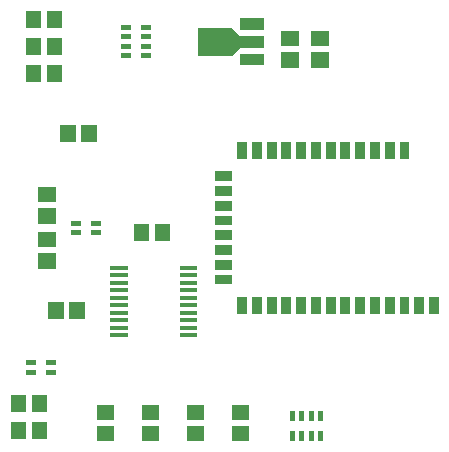
<source format=gbr>
G04 start of page 10 for group -4015 idx -4015 *
G04 Title: (unknown), toppaste *
G04 Creator: pcb 20140316 *
G04 CreationDate: Sun 30 Dec 2018 07:44:10 PM GMT UTC *
G04 For: railfan *
G04 Format: Gerber/RS-274X *
G04 PCB-Dimensions (mil): 2000.00 1500.00 *
G04 PCB-Coordinate-Origin: lower left *
%MOIN*%
%FSLAX25Y25*%
%LNTOPPASTE*%
%ADD68R,0.0330X0.0330*%
%ADD67R,0.0130X0.0130*%
%ADD66R,0.0167X0.0167*%
%ADD65C,0.0001*%
%ADD64R,0.0945X0.0945*%
%ADD63R,0.0378X0.0378*%
%ADD62R,0.0512X0.0512*%
G54D62*X155521Y138086D02*X156307D01*
X155521Y131000D02*X156307D01*
X145607Y138043D02*X146393D01*
X145607Y130957D02*X146393D01*
X71957Y106893D02*Y106107D01*
X79043Y106893D02*Y106107D01*
G54D63*X131311Y131094D02*X135405D01*
X123595Y137000D02*X135405D01*
G54D64*X119971D02*X121861D01*
G54D65*G36*
X125166Y133695D02*X128006Y136535D01*
X129426Y135115D01*
X126586Y132275D01*
X125166Y133695D01*
G37*
G36*
X126586Y141725D02*X129426Y138885D01*
X128006Y137465D01*
X125166Y140305D01*
X126586Y141725D01*
G37*
G54D63*X131311Y142906D02*X135405D01*
G54D66*X90369Y141799D02*X92239D01*
X90369Y138650D02*X92239D01*
X90369Y135500D02*X92239D01*
X90369Y132351D02*X92239D01*
X97065D02*X98935D01*
X97065Y135500D02*X98935D01*
X97065Y138650D02*X98935D01*
X97065Y141799D02*X98935D01*
G54D62*X60457Y135893D02*Y135107D01*
X67543Y135893D02*Y135107D01*
X60457Y126893D02*Y126107D01*
X67543Y126893D02*Y126107D01*
X60457Y144893D02*Y144107D01*
X67543Y144893D02*Y144107D01*
X64521Y79000D02*X65307D01*
X64521Y86086D02*X65307D01*
X64607Y71043D02*X65393D01*
X64607Y63957D02*X65393D01*
G54D66*X73717Y76575D02*X75587D01*
X73717Y73425D02*X75587D01*
X80413D02*X82283D01*
X80413Y76575D02*X82283D01*
X146776Y6587D02*Y4717D01*
X149925Y6587D02*Y4717D01*
X153075Y6587D02*Y4717D01*
X156224Y6587D02*Y4717D01*
Y13283D02*Y11413D01*
X153075Y13283D02*Y11413D01*
X149925Y13283D02*Y11413D01*
X146776Y13283D02*Y11413D01*
G54D62*X129107Y13543D02*X129893D01*
X129107Y6457D02*X129893D01*
X55457Y7893D02*Y7107D01*
X62543Y7893D02*Y7107D01*
X55500Y16893D02*Y16107D01*
X62586Y16893D02*Y16107D01*
X114107Y13543D02*X114893D01*
X114107Y6457D02*X114893D01*
X99107Y13543D02*X99893D01*
X99107Y6457D02*X99893D01*
X84107Y13543D02*X84893D01*
X84107Y6457D02*X84893D01*
X96457Y73893D02*Y73107D01*
X103543Y73893D02*Y73107D01*
G54D67*X109811Y39250D02*X114417D01*
X109811Y41750D02*X114417D01*
X109811Y44250D02*X114417D01*
X109811Y46750D02*X114417D01*
X109811Y49250D02*X114417D01*
X109811Y51750D02*X114417D01*
X109811Y54250D02*X114417D01*
X109811Y56750D02*X114417D01*
X109811Y59250D02*X114417D01*
X109811Y61750D02*X114417D01*
X86583D02*X91189D01*
X86583Y59250D02*X91189D01*
X86583Y56750D02*X91189D01*
X86583Y54250D02*X91189D01*
X86583Y51750D02*X91189D01*
X86583Y49250D02*X91189D01*
X86583Y46750D02*X91189D01*
X86583Y44250D02*X91189D01*
X86583Y41750D02*X91189D01*
X86583Y39250D02*X91189D01*
G54D62*X67957Y47893D02*Y47107D01*
X75043Y47893D02*Y47107D01*
G54D66*X65413Y26925D02*X67283D01*
X65413Y30075D02*X67283D01*
X58717D02*X60587D01*
X58717Y26925D02*X60587D01*
G54D68*X184146Y102000D02*Y99598D01*
X179224Y102000D02*Y99598D01*
X174303Y102000D02*Y99598D01*
X169382Y102000D02*Y99598D01*
X164461Y102000D02*Y99598D01*
X159539Y102000D02*Y99598D01*
X154618Y102000D02*Y99598D01*
X149697Y102000D02*Y99598D01*
X144776Y102000D02*Y99598D01*
X139854Y102000D02*Y99598D01*
X134933Y102000D02*Y99598D01*
X130012Y102000D02*Y99598D01*
X122752Y92224D02*X125150D01*
X122752Y87303D02*X125150D01*
X122752Y82382D02*X125150D01*
X122752Y77461D02*X125150D01*
X122752Y72539D02*X125150D01*
X122752Y67618D02*X125150D01*
X122752Y62697D02*X125150D01*
X122752Y57776D02*X125150D01*
X130012Y50402D02*Y48000D01*
X134933Y50402D02*Y48000D01*
X139854Y50402D02*Y48000D01*
X144776Y50402D02*Y48000D01*
X149697Y50402D02*Y48000D01*
X154618Y50402D02*Y48000D01*
X159539Y50402D02*Y48000D01*
X164461Y50402D02*Y48000D01*
X169382Y50402D02*Y48000D01*
X174303Y50402D02*Y48000D01*
X179224Y50402D02*Y48000D01*
X184146Y50402D02*Y48000D01*
X189067Y50402D02*Y48000D01*
X193988Y50402D02*Y48000D01*
M02*

</source>
